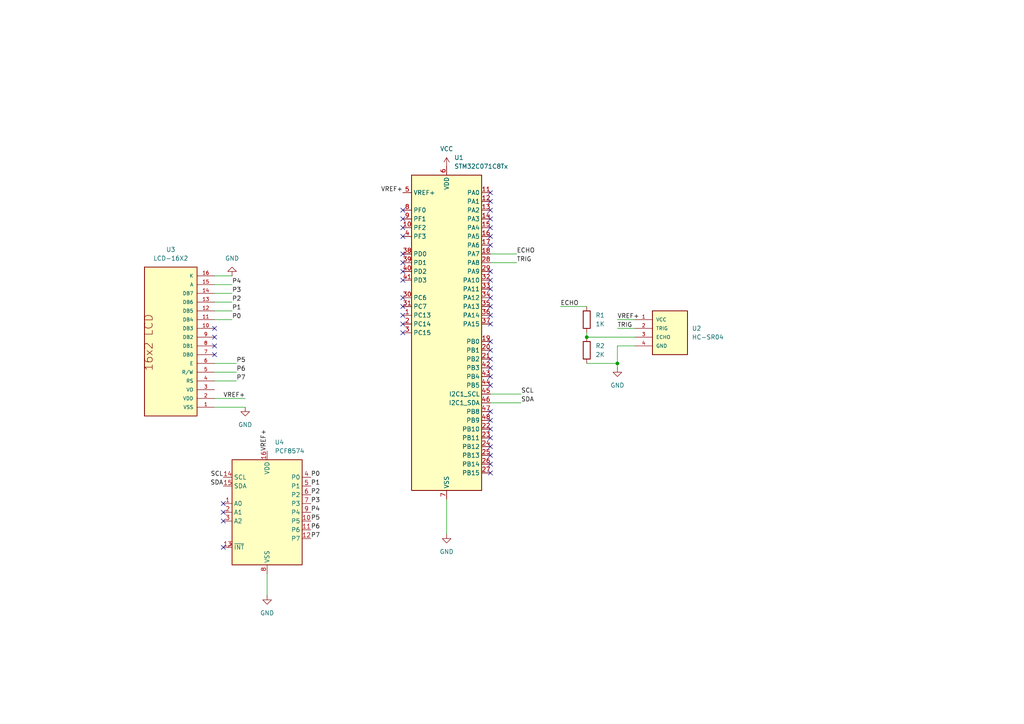
<source format=kicad_sch>
(kicad_sch (version 20231120) (generator "eeschema") (generator_version "8.0")
  (paper "A4")
  (lib_symbols
    (symbol "Device:R" (pin_numbers hide) (pin_names (offset 0))
      (property "Reference" "R" (at 2.032 0 90))
      (property "Value" "R" (at 0 0 90))
      (symbol "R_0_1"
        (rectangle (start -1.016 -2.54) (end 1.016 2.54) (stroke (width 0.254)))
      )
      (symbol "R_1_1"
        (pin passive line (at 0 3.81 270) (length 1.27) (name "~") (number "1"))
        (pin passive line (at 0 -3.81 90) (length 1.27) (name "~") (number "2"))
      )
    )
    (symbol "HCSR04:HC-SR04" (pin_names (offset 1.016))
      (property "Reference" "U" (at 0 5.0813 0))
      (property "Value" "HC-SR04" (at 0 -10.163 0))
      (symbol "HC-SR04_0_0"
        (rectangle (start 0 -7.62) (end 10.16 5.08) (stroke (width 0.254)) (fill (type background)))
        (pin power_in line (at -5.08 2.54 0) (length 5.08) (name "VCC") (number "1"))
        (pin bidirectional line (at -5.08 0 0) (length 5.08) (name "TRIG") (number "2"))
        (pin bidirectional line (at -5.08 -2.54 0) (length 5.08) (name "ECHO") (number "3"))
        (pin power_in line (at -5.08 -5.08 0) (length 5.08) (name "GND") (number "4"))
      )
    )
    (symbol "Interface_Expansion:PCF8574"
      (property "Reference" "U" (at -8.89 16.51 0))
      (property "Value" "PCF8574" (at 2.54 16.51 0))
      (symbol "PCF8574_0_1"
        (rectangle (start -10.16 15.24) (end 10.16 -15.24) (stroke (width 0.254)) (fill (type background)))
      )
      (symbol "PCF8574_1_1"
        (pin input line (at -12.7 2.54 0) (length 2.54) (name "A0") (number "1"))
        (pin bidirectional line (at 12.7 -2.54 180) (length 2.54) (name "P5") (number "10"))
        (pin bidirectional line (at 12.7 -5.08 180) (length 2.54) (name "P6") (number "11"))
        (pin bidirectional line (at 12.7 -7.62 180) (length 2.54) (name "P7") (number "12"))
        (pin open_collector output_low (at -12.7 -10.16 0) (length 2.54) (name "~{INT}") (number "13"))
        (pin input line (at -12.7 10.16 0) (length 2.54) (name "SCL") (number "14"))
        (pin bidirectional line (at -12.7 7.62 0) (length 2.54) (name "SDA") (number "15"))
        (pin power_in line (at 0 17.78 270) (length 2.54) (name "VDD") (number "16"))
        (pin input line (at -12.7 0 0) (length 2.54) (name "A1") (number "2"))
        (pin input line (at -12.7 -2.54 0) (length 2.54) (name "A2") (number "3"))
        (pin bidirectional line (at 12.7 10.16 180) (length 2.54) (name "P0") (number "4"))
        (pin bidirectional line (at 12.7 7.62 180) (length 2.54) (name "P1") (number "5"))
        (pin bidirectional line (at 12.7 5.08 180) (length 2.54) (name "P2") (number "6"))
        (pin bidirectional line (at 12.7 2.54 180) (length 2.54) (name "P3") (number "7"))
        (pin power_in line (at 0 -17.78 90) (length 2.54) (name "VSS") (number "8"))
        (pin bidirectional line (at 12.7 0 180) (length 2.54) (name "P4") (number "9"))
      )
    )
    (symbol "LCD-16X2:LCD-16X2" (pin_names (offset 1.016))
      (property "Reference" "U" (at -7.62 23.368 0))
      (property "Value" "LCD-16X2" (at -7.62 -22.86 0))
      (symbol "LCD-16X2_0_0"
        (rectangle (start -7.62 -20.32) (end 7.62 22.86) (stroke (width 0.254)) (fill (type background)))
        (text "16x2 LCD" (at 5.08 -6.858 900) (effects (font (size 2.286 2.286)) (justify left bottom)))
        (pin power_in line (at -12.7 20.32 0) (length 5.08) (name "VSS") (number "1"))
        (pin bidirectional line (at -12.7 -2.54 0) (length 5.08) (name "DB3") (number "10"))
        (pin bidirectional line (at -12.7 -5.08 0) (length 5.08) (name "DB4") (number "11"))
        (pin bidirectional line (at -12.7 -7.62 0) (length 5.08) (name "DB5") (number "12"))
        (pin bidirectional line (at -12.7 -10.16 0) (length 5.08) (name "DB6") (number "13"))
        (pin bidirectional line (at -12.7 -12.7 0) (length 5.08) (name "DB7") (number "14"))
        (pin power_in line (at -12.7 -15.24 0) (length 5.08) (name "A") (number "15"))
        (pin power_in line (at -12.7 -17.78 0) (length 5.08) (name "K") (number "16"))
        (pin power_in line (at -12.7 17.78 0) (length 5.08) (name "VDD") (number "2"))
        (pin bidirectional line (at -12.7 15.24 0) (length 5.08) (name "VO") (number "3"))
        (pin input line (at -12.7 12.7 0) (length 5.08) (name "RS") (number "4"))
        (pin input line (at -12.7 10.16 0) (length 5.08) (name "R/W") (number "5"))
        (pin input line (at -12.7 7.62 0) (length 5.08) (name "E") (number "6"))
        (pin bidirectional line (at -12.7 5.08 0) (length 5.08) (name "DB0") (number "7"))
        (pin bidirectional line (at -12.7 2.54 0) (length 5.08) (name "DB1") (number "8"))
        (pin bidirectional line (at -12.7 0 0) (length 5.08) (name "DB2") (number "9"))
      )
    )
    (symbol "MCU_ST_STM32C0:STM32C071C8Tx"
      (property "Reference" "U" (at -10.16 46.99 0))
      (property "Value" "STM32C071C8Tx" (at 2.54 46.99 0))
      (symbol "STM32C071C8Tx_0_1"
        (rectangle (start -10.16 -45.72) (end 10.16 45.72) (stroke (width 0.254)) (fill (type background)))
      )
      (symbol "STM32C071C8Tx_1_1"
        (pin bidirectional line (at -12.7 5.08 0) (length 2.54) (name "PC13") (number "1"))
        (pin bidirectional line (at -12.7 30.48 0) (length 2.54) (name "PF2") (number "10"))
        (pin bidirectional line (at 12.7 40.64 180) (length 2.54) (name "PA0") (number "11"))
        (pin bidirectional line (at 12.7 38.1 180) (length 2.54) (name "PA1") (number "12"))
        (pin bidirectional line (at 12.7 35.56 180) (length 2.54) (name "PA2") (number "13"))
        (pin bidirectional line (at 12.7 33.02 180) (length 2.54) (name "PA3") (number "14"))
        (pin bidirectional line (at 12.7 30.48 180) (length 2.54) (name "PA4") (number "15"))
        (pin bidirectional line (at 12.7 27.94 180) (length 2.54) (name "PA5") (number "16"))
        (pin bidirectional line (at 12.7 25.4 180) (length 2.54) (name "PA6") (number "17"))
        (pin bidirectional line (at 12.7 22.86 180) (length 2.54) (name "PA7") (number "18"))
        (pin bidirectional line (at 12.7 -2.54 180) (length 2.54) (name "PB0") (number "19"))
        (pin bidirectional line (at -12.7 2.54 0) (length 2.54) (name "PC14") (number "2") (alternate "I2C1_SDA" bidirectional line))
        (pin bidirectional line (at 12.7 -5.08 180) (length 2.54) (name "PB1") (number "20"))
        (pin bidirectional line (at 12.7 -7.62 180) (length 2.54) (name "PB2") (number "21"))
        (pin bidirectional line (at 12.7 -27.94 180) (length 2.54) (name "PB10") (number "22"))
        (pin bidirectional line (at 12.7 -30.48 180) (length 2.54) (name "PB11") (number "23"))
        (pin bidirectional line (at 12.7 -33.02 180) (length 2.54) (name "PB12") (number "24"))
        (pin bidirectional line (at 12.7 -35.56 180) (length 2.54) (name "PB13") (number "25"))
        (pin bidirectional line (at 12.7 -38.1 180) (length 2.54) (name "PB14") (number "26"))
        (pin bidirectional line (at 12.7 -40.64 180) (length 2.54) (name "PB15") (number "27"))
        (pin bidirectional line (at 12.7 20.32 180) (length 2.54) (name "PA8") (number "28"))
        (pin bidirectional line (at 12.7 17.78 180) (length 2.54) (name "PA9") (number "29") (alternate "I2C1_SCL" bidirectional line))
        (pin bidirectional line (at -12.7 0 0) (length 2.54) (name "PC15") (number "3"))
        (pin bidirectional line (at -12.7 10.16 0) (length 2.54) (name "PC6") (number "30"))
        (pin bidirectional line (at -12.7 7.62 0) (length 2.54) (name "PC7") (number "31"))
        (pin bidirectional line (at 12.7 15.24 180) (length 2.54) (name "PA10") (number "32") (alternate "I2C1_SDA" bidirectional line))
        (pin bidirectional line (at 12.7 12.7 180) (length 2.54) (name "PA11") (number "33"))
        (pin bidirectional line (at 12.7 10.16 180) (length 2.54) (name "PA12") (number "34"))
        (pin bidirectional line (at 12.7 7.62 180) (length 2.54) (name "PA13") (number "35"))
        (pin bidirectional line (at 12.7 5.08 180) (length 2.54) (name "PA14") (number "36"))
        (pin bidirectional line (at 12.7 2.54 180) (length 2.54) (name "PA15") (number "37"))
        (pin bidirectional line (at -12.7 22.86 0) (length 2.54) (name "PD0") (number "38"))
        (pin bidirectional line (at -12.7 20.32 0) (length 2.54) (name "PD1") (number "39"))
        (pin bidirectional line (at -12.7 27.94 0) (length 2.54) (name "PF3") (number "4"))
        (pin bidirectional line (at -12.7 17.78 0) (length 2.54) (name "PD2") (number "40"))
        (pin bidirectional line (at -12.7 15.24 0) (length 2.54) (name "PD3") (number "41"))
        (pin bidirectional line (at 12.7 -10.16 180) (length 2.54) (name "PB3") (number "42"))
        (pin bidirectional line (at 12.7 -12.7 180) (length 2.54) (name "PB4") (number "43"))
        (pin bidirectional line (at 12.7 -15.24 180) (length 2.54) (name "PB5") (number "44"))
        (pin bidirectional line (at 12.7 -17.78 180) (length 2.54) (name "PB6") (number "45") (alternate "I2C1_SCL" bidirectional line))
        (pin bidirectional line (at 12.7 -20.32 180) (length 2.54) (name "PB7") (number "46") (alternate "I2C1_SCL" bidirectional line) (alternate "I2C1_SDA" bidirectional line))
        (pin bidirectional line (at 12.7 -22.86 180) (length 2.54) (name "PB8") (number "47") (alternate "I2C1_SCL" bidirectional line))
        (pin bidirectional line (at 12.7 -25.4 180) (length 2.54) (name "PB9") (number "48") (alternate "I2C1_SDA" bidirectional line))
        (pin input line (at -12.7 40.64 0) (length 2.54) (name "VREF+") (number "5"))
        (pin power_in line (at 0 48.26 270) (length 2.54) (name "VDD") (number "6"))
        (pin power_in line (at 0 -48.26 90) (length 2.54) (name "VSS") (number "7"))
        (pin bidirectional line (at -12.7 35.56 0) (length 2.54) (name "PF0") (number "8"))
        (pin bidirectional line (at -12.7 33.02 0) (length 2.54) (name "PF1") (number "9"))
      )
    )
    (symbol "power:GND" (power) (pin_numbers hide) (pin_names (offset 0) hide)
      (property "Value" "GND" (at 0 -3.81 0))
      (symbol "GND_0_1"
        (polyline (pts (xy 0 0) (xy 0 -1.27) (xy 1.27 -1.27) (xy 0 -2.54) (xy -1.27 -1.27) (xy 0 -1.27)))
      )
      (symbol "GND_1_1"
        (pin power_in line (at 0 0 270) (length 0) (name "~") (number "1"))
      )
    )
    (symbol "power:VCC" (power) (pin_numbers hide) (pin_names (offset 0) hide)
      (property "Value" "VCC" (at 0 3.556 0))
      (symbol "VCC_0_1"
        (polyline (pts (xy -0.762 1.27) (xy 0 2.54)))
        (polyline (pts (xy 0 0) (xy 0 2.54)))
        (polyline (pts (xy 0 2.54) (xy 0.762 1.27)))
      )
      (symbol "VCC_1_1"
        (pin power_in line (at 0 0 90) (length 0) (name "~") (number "1"))
      )
    )
  )
  (junction (at 170.18 97.79))
  (junction (at 179.07 105.41))
  (no_connect (at 142.24 99.06))
  (no_connect (at 142.24 121.92))
  (no_connect (at 142.24 111.76))
  (no_connect (at 116.84 76.2))
  (no_connect (at 116.84 66.04))
  (no_connect (at 142.24 63.5))
  (no_connect (at 142.24 71.12))
  (no_connect (at 142.24 81.28))
  (no_connect (at 142.24 134.62))
  (no_connect (at 116.84 91.44))
  (no_connect (at 64.77 146.05))
  (no_connect (at 142.24 78.74))
  (no_connect (at 142.24 127))
  (no_connect (at 142.24 106.68))
  (no_connect (at 62.23 95.25))
  (no_connect (at 142.24 66.04))
  (no_connect (at 142.24 132.08))
  (no_connect (at 116.84 68.58))
  (no_connect (at 142.24 101.6))
  (no_connect (at 142.24 83.82))
  (no_connect (at 142.24 91.44))
  (no_connect (at 116.84 93.98))
  (no_connect (at 142.24 137.16))
  (no_connect (at 142.24 124.46))
  (no_connect (at 142.24 104.14))
  (no_connect (at 116.84 96.52))
  (no_connect (at 142.24 119.38))
  (no_connect (at 142.24 129.54))
  (no_connect (at 64.77 148.59))
  (no_connect (at 142.24 60.96))
  (no_connect (at 116.84 63.5))
  (no_connect (at 142.24 88.9))
  (no_connect (at 116.84 60.96))
  (no_connect (at 116.84 86.36))
  (no_connect (at 116.84 78.74))
  (no_connect (at 142.24 68.58))
  (no_connect (at 62.23 102.87))
  (no_connect (at 64.77 158.75))
  (no_connect (at 142.24 86.36))
  (no_connect (at 142.24 109.22))
  (no_connect (at 116.84 81.28))
  (no_connect (at 116.84 73.66))
  (no_connect (at 62.23 100.33))
  (no_connect (at 64.77 151.13))
  (no_connect (at 142.24 93.98))
  (no_connect (at 142.24 58.42))
  (no_connect (at 62.23 97.79))
  (no_connect (at 116.84 88.9))
  (no_connect (at 142.24 55.88))
  (wire (pts (xy 62.23 85.09) (xy 67.31 85.09)))
  (wire (pts (xy 62.23 105.41) (xy 68.58 105.41)))
  (wire (pts (xy 62.23 82.55) (xy 67.31 82.55)))
  (wire (pts (xy 179.07 100.33) (xy 184.15 100.33)))
  (wire (pts (xy 62.23 92.71) (xy 67.31 92.71)))
  (wire (pts (xy 62.23 110.49) (xy 68.58 110.49)))
  (wire (pts (xy 179.07 106.68) (xy 179.07 105.41)))
  (wire (pts (xy 142.24 116.84) (xy 151.13 116.84)))
  (wire (pts (xy 62.23 115.57) (xy 71.12 115.57)))
  (wire (pts (xy 62.23 90.17) (xy 67.31 90.17)))
  (wire (pts (xy 179.07 92.71) (xy 184.15 92.71)))
  (wire (pts (xy 142.24 73.66) (xy 149.86 73.66)))
  (wire (pts (xy 179.07 105.41) (xy 179.07 100.33)))
  (wire (pts (xy 129.54 144.78) (xy 129.54 154.94)))
  (wire (pts (xy 184.15 97.79) (xy 170.18 97.79)))
  (wire (pts (xy 62.23 107.95) (xy 68.58 107.95)))
  (wire (pts (xy 179.07 95.25) (xy 184.15 95.25)))
  (wire (pts (xy 162.56 88.9) (xy 170.18 88.9)))
  (wire (pts (xy 62.23 118.11) (xy 71.12 118.11)))
  (wire (pts (xy 170.18 97.79) (xy 170.18 96.52)))
  (wire (pts (xy 142.24 76.2) (xy 149.86 76.2)))
  (wire (pts (xy 142.24 114.3) (xy 151.13 114.3)))
  (wire (pts (xy 77.47 166.37) (xy 77.47 172.72)))
  (wire (pts (xy 62.23 80.01) (xy 67.31 80.01)))
  (wire (pts (xy 170.18 105.41) (xy 179.07 105.41)))
  (wire (pts (xy 62.23 87.63) (xy 67.31 87.63)))
  (label "TRIG" (at 179.07 95.25 0))
  (label "SDA" (at 151.13 116.84 0))
  (label "P6" (at 90.17 153.67 0))
  (label "P0" (at 90.17 138.43 0))
  (label "SCL" (at 64.77 138.43 180))
  (label "SDA" (at 64.77 140.97 180))
  (label "ECHO" (at 162.56 88.9 0))
  (label "P6" (at 68.58 107.95 0))
  (label "VREF+" (at 179.07 92.71 0))
  (label "P2" (at 67.31 87.63 0))
  (label "VREF+" (at 116.84 55.88 180))
  (label "P7" (at 68.58 110.49 0))
  (label "P5" (at 90.17 151.13 0))
  (label "P2" (at 90.17 143.51 0))
  (label "VREF+" (at 77.47 130.81 90))
  (label "P1" (at 90.17 140.97 0))
  (label "P3" (at 67.31 85.09 0))
  (label "VREF+" (at 71.12 115.57 180))
  (label "P5" (at 68.58 105.41 0))
  (label "P3" (at 90.17 146.05 0))
  (label "P7" (at 90.17 156.21 0))
  (label "P4" (at 67.31 82.55 0))
  (label "P1" (at 67.31 90.17 0))
  (label "SCL" (at 151.13 114.3 0))
  (label "TRIG" (at 149.86 76.2 0))
  (label "ECHO" (at 149.86 73.66 0))
  (label "P4" (at 90.17 148.59 0))
  (label "P0" (at 67.31 92.71 0))
  (symbol (lib_id "HCSR04:HC-SR04") (at 189.23 95.25 0) (unit 1)
    (property "Reference" "U2" (at 200.66 95.2499 0) (effects (justify left)))
    (property "Value" "HC-SR04" (at 200.66 97.7899 0) (effects (justify left)))
    (property "Footprint" "HC-SR04:XCVR_HC-SR04" (effects (hide yes)))
    (property "MF" "SparkFun Electronics" (effects (hide yes)))
    (property "Description_1" "\n                        \n                            HC-SR04 Ultrasonic Sensor Qwiic Platform Evaluation Expansion Board\n                        \n" (effects (hide yes)))
    (property "Package" "None" (effects (hide yes)))
    (property "Price" "None" (effects (hide yes)))
    (property "Check_prices" "https://www.snapeda.com/parts/HC-SR04/SparkFun/view-part/?ref=eda" (effects (hide yes)))
    (property "SnapEDA_Link" "https://www.snapeda.com/parts/HC-SR04/SparkFun/view-part/?ref=snap" (effects (hide yes)))
    (property "MP" "HC-SR04" (effects (hide yes)))
    (property "Availability" "In Stock" (effects (hide yes)))
    (property "MANUFACTURER" "Osepp" (effects (hide yes)))
  )
  (symbol (lib_id "MCU_ST_STM32C0:STM32C071C8Tx") (at 129.54 96.52 0) (unit 1)
    (property "Reference" "U1" (at 131.7341 45.72 0) (effects (justify left)))
    (property "Value" "STM32C071C8Tx" (at 131.7341 48.26 0) (effects (justify left)))
    (property "Footprint" "Package_QFP:LQFP-48_7x7mm_P0.5mm" (effects (hide yes)))
    (property "Datasheet" "https://www.st.com/resource/en/datasheet/stm32c071c8.pdf" (effects (hide yes)))
    (property "Description" "STMicroelectronics Arm Cortex-M0+ MCU, 64KB flash, 24KB RAM, 45 GPIO, LQFP48_GP" (effects (hide yes)))
    (pin "45" (alternate "I2C1_SCL"))
    (pin "46" (alternate "I2C1_SDA"))
  )
  (symbol (lib_id "power:GND") (at 77.47 172.72 0) (unit 1)
    (property "Reference" "#PWR02" (effects (hide yes)))
    (property "Value" "GND" (at 77.47 177.8 0))
    (property "Description" "Power symbol creates a global label with name \"GND\" , ground" (effects (hide yes)))
  )
  (symbol (lib_id "Device:R") (at 170.18 101.6 0) (unit 1)
    (property "Reference" "R2" (at 172.72 100.3299 0) (effects (justify left)))
    (property "Value" "2K" (at 172.72 102.8699 0) (effects (justify left)))
    (property "Description" "Resistor" (effects (hide yes)))
  )
  (symbol (lib_id "LCD-16X2:LCD-16X2") (at 49.53 97.79 180) (unit 1)
    (property "Reference" "U3" (at 49.53 72.39 0))
    (property "Value" "LCD-16X2" (at 49.53 74.93 0))
    (property "Footprint" "LCD-16X2:MODULE_LCD-16X2" (effects (hide yes)))
    (property "MF" "Gravitech" (effects (hide yes)))
    (property "MAXIMUM_PACKAGE_HEIGHT" "14 mm" (effects (hide yes)))
    (property "Package" "None" (effects (hide yes)))
    (property "Price" "None" (effects (hide yes)))
    (property "Check_prices" "https://www.snapeda.com/parts/LCD-16X2/Gravitech/view-part/?ref=eda" (effects (hide yes)))
    (property "STANDARD" "Manufacturer Recommendations" (effects (hide yes)))
    (property "PARTREV" "N/A" (effects (hide yes)))
    (property "SnapEDA_Link" "https://www.snapeda.com/parts/LCD-16X2/Gravitech/view-part/?ref=snap" (effects (hide yes)))
    (property "MP" "LCD-16X2" (effects (hide yes)))
    (property "Description_1" "\n                        \n                            Display Development Tools 16x2 Black on Green Char LCD w Backlight\n                        \n" (effects (hide yes)))
    (property "Availability" "Not in stock" (effects (hide yes)))
    (property "MANUFACTURER" "Gravitech" (effects (hide yes)))
  )
  (symbol (lib_id "power:GND") (at 179.07 106.68 0) (unit 1)
    (property "Reference" "#PWR04" (effects (hide yes)))
    (property "Value" "GND" (at 179.07 111.76 0))
    (property "Description" "Power symbol creates a global label with name \"GND\" , ground" (effects (hide yes)))
  )
  (symbol (lib_id "power:GND") (at 129.54 154.94 0) (unit 1)
    (property "Reference" "#PWR03" (effects (hide yes)))
    (property "Value" "GND" (at 129.54 160.02 0))
    (property "Description" "Power symbol creates a global label with name \"GND\" , ground" (effects (hide yes)))
  )
  (symbol (lib_id "power:VCC") (at 129.54 48.26 0) (unit 1)
    (property "Reference" "#PWR05" (effects (hide yes)))
    (property "Value" "VCC" (at 129.54 43.18 0))
    (property "Description" "Power symbol creates a global label with name \"VCC\"" (effects (hide yes)))
  )
  (symbol (lib_id "power:GND") (at 67.31 80.01 180) (unit 1)
    (property "Reference" "#PWR06" (effects (hide yes)))
    (property "Value" "GND" (at 67.31 74.93 0))
    (property "Description" "Power symbol creates a global label with name \"GND\" , ground" (effects (hide yes)))
  )
  (symbol (lib_id "Device:R") (at 170.18 92.71 0) (unit 1)
    (property "Reference" "R1" (at 172.72 91.4399 0) (effects (justify left)))
    (property "Value" "1K" (at 172.72 93.9799 0) (effects (justify left)))
    (property "Description" "Resistor" (effects (hide yes)))
  )
  (symbol (lib_id "Interface_Expansion:PCF8574") (at 77.47 148.59 0) (unit 1)
    (property "Reference" "U4" (at 79.6641 128.27 0) (effects (justify left)))
    (property "Value" "PCF8574" (at 79.6641 130.81 0) (effects (justify left)))
    (property "Datasheet" "http://www.nxp.com/docs/en/data-sheet/PCF8574_PCF8574A.pdf" (effects (hide yes)))
    (property "Description" "8 Bit Port/Expander to I2C Bus, DIP/SOIC-16" (effects (hide yes)))
  )
  (symbol (lib_id "power:GND") (at 71.12 118.11 0) (unit 1)
    (property "Reference" "#PWR01" (effects (hide yes)))
    (property "Value" "GND" (at 71.12 123.19 0))
    (property "Description" "Power symbol creates a global label with name \"GND\" , ground" (effects (hide yes)))
  )
)
</source>
